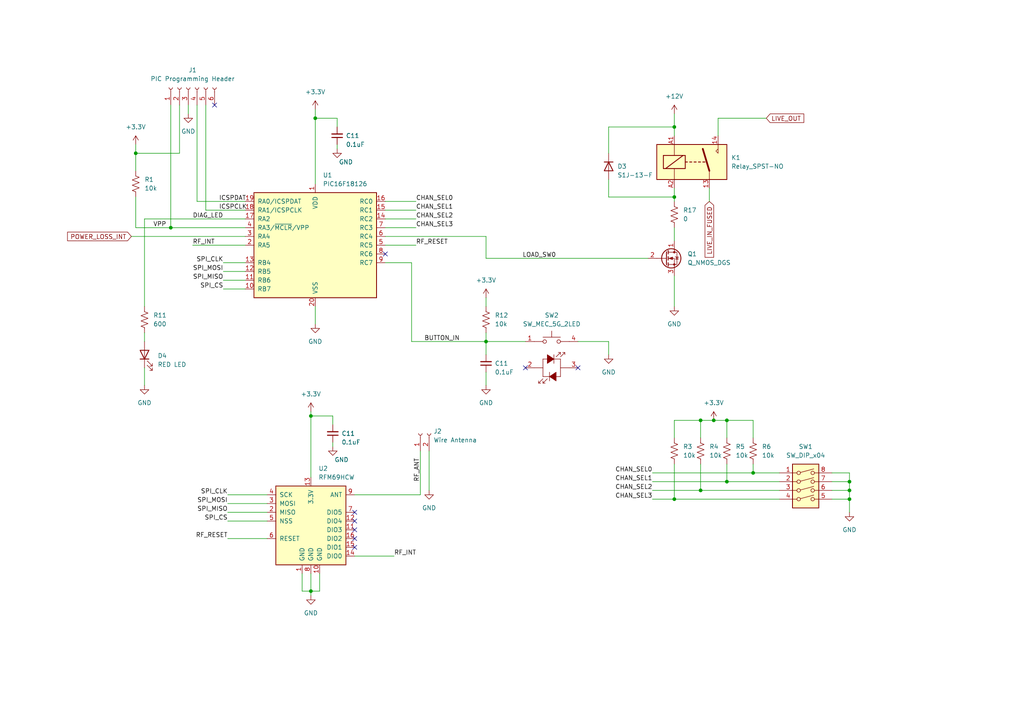
<source format=kicad_sch>
(kicad_sch (version 20230121) (generator eeschema)
  (paper "A4")
  (lib_symbols
    (symbol "Connector:Conn_01x02_Socket" (pin_names (offset 1.016) hide)
      (property "Reference" "J" (at 0 2.54 0))
      (property "Value" "Conn_01x02_Socket" (at 0 -5.08 0))
      (symbol "Conn_01x02_Socket_1_1"
        (arc (start 0 -2.032) (mid -0.5058 -2.54) (end 0 -3.048) (stroke (width 0.1524)))
        (polyline (pts (xy -1.27 -2.54) (xy -0.508 -2.54)) (stroke (width 0.1524)))
        (polyline (pts (xy -1.27 0) (xy -0.508 0)) (stroke (width 0.1524)))
        (arc (start 0 0.508) (mid -0.5058 0) (end 0 -0.508) (stroke (width 0.1524)))
        (pin passive line (at -5.08 0 0) (length 3.81) (name "Pin_1") (number "1"))
        (pin passive line (at -5.08 -2.54 0) (length 3.81) (name "Pin_2") (number "2"))
      )
    )
    (symbol "Connector:Conn_01x06_Socket" (pin_names (offset 1.016) hide)
      (property "Reference" "J" (at 0 7.62 0))
      (property "Value" "Conn_01x06_Socket" (at 0 -10.16 0))
      (symbol "Conn_01x06_Socket_1_1"
        (arc (start 0 -7.112) (mid -0.5058 -7.62) (end 0 -8.128) (stroke (width 0.1524)))
        (arc (start 0 -4.572) (mid -0.5058 -5.08) (end 0 -5.588) (stroke (width 0.1524)))
        (arc (start 0 -2.032) (mid -0.5058 -2.54) (end 0 -3.048) (stroke (width 0.1524)))
        (polyline (pts (xy -1.27 -7.62) (xy -0.508 -7.62)) (stroke (width 0.1524)))
        (polyline (pts (xy -1.27 -5.08) (xy -0.508 -5.08)) (stroke (width 0.1524)))
        (polyline (pts (xy -1.27 -2.54) (xy -0.508 -2.54)) (stroke (width 0.1524)))
        (polyline (pts (xy -1.27 0) (xy -0.508 0)) (stroke (width 0.1524)))
        (polyline (pts (xy -1.27 2.54) (xy -0.508 2.54)) (stroke (width 0.1524)))
        (polyline (pts (xy -1.27 5.08) (xy -0.508 5.08)) (stroke (width 0.1524)))
        (arc (start 0 0.508) (mid -0.5058 0) (end 0 -0.508) (stroke (width 0.1524)))
        (arc (start 0 3.048) (mid -0.5058 2.54) (end 0 2.032) (stroke (width 0.1524)))
        (arc (start 0 5.588) (mid -0.5058 5.08) (end 0 4.572) (stroke (width 0.1524)))
        (pin passive line (at -5.08 5.08 0) (length 3.81) (name "Pin_1") (number "1"))
        (pin passive line (at -5.08 2.54 0) (length 3.81) (name "Pin_2") (number "2"))
        (pin passive line (at -5.08 0 0) (length 3.81) (name "Pin_3") (number "3"))
        (pin passive line (at -5.08 -2.54 0) (length 3.81) (name "Pin_4") (number "4"))
        (pin passive line (at -5.08 -5.08 0) (length 3.81) (name "Pin_5") (number "5"))
        (pin passive line (at -5.08 -7.62 0) (length 3.81) (name "Pin_6") (number "6"))
      )
    )
    (symbol "Device:C_Small" (pin_numbers hide) (pin_names (offset 0.254) hide)
      (property "Reference" "C" (at 0.254 1.778 0))
      (property "Value" "C_Small" (at 0.254 -2.032 0))
      (symbol "C_Small_0_1"
        (polyline (pts (xy -1.524 -0.508) (xy 1.524 -0.508)) (stroke (width 0.3302)))
        (polyline (pts (xy -1.524 0.508) (xy 1.524 0.508)) (stroke (width 0.3048)))
      )
      (symbol "C_Small_1_1"
        (pin passive line (at 0 2.54 270) (length 2.032) (name "~") (number "1"))
        (pin passive line (at 0 -2.54 90) (length 2.032) (name "~") (number "2"))
      )
    )
    (symbol "Device:D" (pin_numbers hide) (pin_names (offset 1.016) hide)
      (property "Reference" "D" (at 0 2.54 0))
      (property "Value" "D" (at 0 -2.54 0))
      (symbol "D_0_1"
        (polyline (pts (xy -1.27 1.27) (xy -1.27 -1.27)) (stroke (width 0.254)))
        (polyline (pts (xy 1.27 0) (xy -1.27 0)))
        (polyline (pts (xy 1.27 1.27) (xy 1.27 -1.27) (xy -1.27 0) (xy 1.27 1.27)) (stroke (width 0.254)))
      )
      (symbol "D_1_1"
        (pin passive line (at -3.81 0 0) (length 2.54) (name "K") (number "1"))
        (pin passive line (at 3.81 0 180) (length 2.54) (name "A") (number "2"))
      )
    )
    (symbol "Device:LED" (pin_numbers hide) (pin_names (offset 1.016) hide)
      (property "Reference" "D" (at 0 2.54 0))
      (property "Value" "LED" (at 0 -2.54 0))
      (symbol "LED_0_1"
        (polyline (pts (xy -1.27 -1.27) (xy -1.27 1.27)) (stroke (width 0.254)))
        (polyline (pts (xy -1.27 0) (xy 1.27 0)))
        (polyline (pts (xy 1.27 -1.27) (xy 1.27 1.27) (xy -1.27 0) (xy 1.27 -1.27)) (stroke (width 0.254)))
        (polyline (pts (xy -3.048 -0.762) (xy -4.572 -2.286) (xy -3.81 -2.286) (xy -4.572 -2.286) (xy -4.572 -1.524)))
        (polyline (pts (xy -1.778 -0.762) (xy -3.302 -2.286) (xy -2.54 -2.286) (xy -3.302 -2.286) (xy -3.302 -1.524)))
      )
      (symbol "LED_1_1"
        (pin passive line (at -3.81 0 0) (length 2.54) (name "K") (number "1"))
        (pin passive line (at 3.81 0 180) (length 2.54) (name "A") (number "2"))
      )
    )
    (symbol "Device:Q_NMOS_DGS" (pin_names (offset 0) hide)
      (property "Reference" "Q" (at 5.08 1.27 0))
      (property "Value" "Q_NMOS_DGS" (at 5.08 -1.27 0))
      (symbol "Q_NMOS_DGS_0_1"
        (polyline (pts (xy 0.254 0) (xy -2.54 0)))
        (polyline (pts (xy 0.254 1.905) (xy 0.254 -1.905)) (stroke (width 0.254)))
        (polyline (pts (xy 0.762 -1.27) (xy 0.762 -2.286)) (stroke (width 0.254)))
        (polyline (pts (xy 0.762 0.508) (xy 0.762 -0.508)) (stroke (width 0.254)))
        (polyline (pts (xy 0.762 2.286) (xy 0.762 1.27)) (stroke (width 0.254)))
        (polyline (pts (xy 2.54 2.54) (xy 2.54 1.778)))
        (polyline (pts (xy 2.54 -2.54) (xy 2.54 0) (xy 0.762 0)))
        (polyline (pts (xy 0.762 -1.778) (xy 3.302 -1.778) (xy 3.302 1.778) (xy 0.762 1.778)))
        (polyline (pts (xy 1.016 0) (xy 2.032 0.381) (xy 2.032 -0.381) (xy 1.016 0)) (fill (type outline)))
        (polyline (pts (xy 2.794 0.508) (xy 2.921 0.381) (xy 3.683 0.381) (xy 3.81 0.254)))
        (polyline (pts (xy 3.302 0.381) (xy 2.921 -0.254) (xy 3.683 -0.254) (xy 3.302 0.381)))
        (circle (center 1.651 0) (radius 2.794) (stroke (width 0.254)))
        (circle (center 2.54 -1.778) (radius 0.254) (fill (type outline)))
        (circle (center 2.54 1.778) (radius 0.254) (fill (type outline)))
      )
      (symbol "Q_NMOS_DGS_1_1"
        (pin passive line (at 2.54 5.08 270) (length 2.54) (name "D") (number "1"))
        (pin input line (at -5.08 0 0) (length 2.54) (name "G") (number "2"))
        (pin passive line (at 2.54 -5.08 90) (length 2.54) (name "S") (number "3"))
      )
    )
    (symbol "Device:R_US" (pin_numbers hide) (pin_names (offset 0))
      (property "Reference" "R" (at 2.54 0 90))
      (property "Value" "R_US" (at -2.54 0 90))
      (symbol "R_US_0_1"
        (polyline (pts (xy 0 -2.286) (xy 0 -2.54)))
        (polyline (pts (xy 0 2.286) (xy 0 2.54)))
        (polyline (pts (xy 0 -0.762) (xy 1.016 -1.143) (xy 0 -1.524) (xy -1.016 -1.905) (xy 0 -2.286)))
        (polyline (pts (xy 0 0.762) (xy 1.016 0.381) (xy 0 0) (xy -1.016 -0.381) (xy 0 -0.762)))
        (polyline (pts (xy 0 2.286) (xy 1.016 1.905) (xy 0 1.524) (xy -1.016 1.143) (xy 0 0.762)))
      )
      (symbol "R_US_1_1"
        (pin passive line (at 0 3.81 270) (length 1.27) (name "~") (number "1"))
        (pin passive line (at 0 -3.81 90) (length 1.27) (name "~") (number "2"))
      )
    )
    (symbol "PIC_Microcontroller_sps:PIC16F18126" (pin_names (offset 1.016))
      (property "Reference" "U" (at -16.51 16.51 0))
      (property "Value" "PIC16F18126" (at 9.652 16.51 0))
      (symbol "PIC16F18126_0_1"
        (rectangle (start -17.78 15.24) (end 17.78 -15.24) (stroke (width 0.254)) (fill (type background)))
      )
      (symbol "PIC16F18126_1_1"
        (pin power_in line (at 0 17.78 270) (length 2.54) (name "VDD") (number "1"))
        (pin bidirectional line (at -20.32 -12.7 0) (length 2.54) (name "RB7") (number "10"))
        (pin bidirectional line (at -20.32 -10.16 0) (length 2.54) (name "RB6") (number "11"))
        (pin bidirectional line (at -20.32 -7.62 0) (length 2.54) (name "RB5") (number "12"))
        (pin bidirectional line (at -20.32 -5.08 0) (length 2.54) (name "RB4") (number "13"))
        (pin bidirectional line (at 20.32 7.62 180) (length 2.54) (name "RC2") (number "14"))
        (pin bidirectional line (at 20.32 10.16 180) (length 2.54) (name "RC1") (number "15"))
        (pin bidirectional line (at 20.32 12.7 180) (length 2.54) (name "RC0") (number "16"))
        (pin bidirectional line (at -20.32 7.62 0) (length 2.54) (name "RA2") (number "17"))
        (pin bidirectional line (at -20.32 10.16 0) (length 2.54) (name "RA1/ICSPCLK") (number "18"))
        (pin bidirectional line (at -20.32 12.7 0) (length 2.54) (name "RA0/ICSPDAT") (number "19"))
        (pin bidirectional line (at -20.32 0 0) (length 2.54) (name "RA5") (number "2"))
        (pin power_in line (at 0 -17.78 90) (length 2.54) (name "VSS") (number "20"))
        (pin bidirectional line (at -20.32 2.54 0) (length 2.54) (name "RA4") (number "3"))
        (pin bidirectional line (at -20.32 5.08 0) (length 2.54) (name "RA3/~{MCLR}/VPP") (number "4"))
        (pin bidirectional line (at 20.32 0 180) (length 2.54) (name "RC5") (number "5"))
        (pin bidirectional line (at 20.32 2.54 180) (length 2.54) (name "RC4") (number "6"))
        (pin bidirectional line (at 20.32 5.08 180) (length 2.54) (name "RC3") (number "7"))
        (pin bidirectional line (at 20.32 -2.54 180) (length 2.54) (name "RC6") (number "8"))
        (pin bidirectional line (at 20.32 -5.08 180) (length 2.54) (name "RC7") (number "9"))
      )
    )
    (symbol "RF_Module:RFM69HCW" (pin_names (offset 1.016))
      (property "Reference" "U" (at -10.414 11.684 0))
      (property "Value" "RFM69HCW" (at 1.524 11.43 0))
      (symbol "RFM69HCW_0_1"
        (rectangle (start -10.16 10.16) (end 10.16 -12.7) (stroke (width 0.254)) (fill (type background)))
      )
      (symbol "RFM69HCW_1_1"
        (pin power_in line (at -2.54 -15.24 90) (length 2.54) (name "GND") (number "1"))
        (pin power_in line (at 2.54 -15.24 90) (length 2.54) (name "GND") (number "10"))
        (pin bidirectional line (at 12.7 -2.54 180) (length 2.54) (name "DIO3") (number "11"))
        (pin bidirectional line (at 12.7 0 180) (length 2.54) (name "DIO4") (number "12"))
        (pin power_in line (at 0 12.7 270) (length 2.54) (name "3.3V") (number "13"))
        (pin bidirectional line (at 12.7 -10.16 180) (length 2.54) (name "DIO0") (number "14"))
        (pin bidirectional line (at 12.7 -7.62 180) (length 2.54) (name "DIO1") (number "15"))
        (pin bidirectional line (at 12.7 -5.08 180) (length 2.54) (name "DIO2") (number "16"))
        (pin output line (at -12.7 2.54 0) (length 2.54) (name "MISO") (number "2"))
        (pin input line (at -12.7 5.08 0) (length 2.54) (name "MOSI") (number "3"))
        (pin input line (at -12.7 7.62 0) (length 2.54) (name "SCK") (number "4"))
        (pin input line (at -12.7 0 0) (length 2.54) (name "NSS") (number "5"))
        (pin bidirectional line (at -12.7 -5.08 0) (length 2.54) (name "RESET") (number "6"))
        (pin bidirectional line (at 12.7 2.54 180) (length 2.54) (name "DIO5") (number "7"))
        (pin power_in line (at 0 -15.24 90) (length 2.54) (name "GND") (number "8"))
        (pin bidirectional line (at 12.7 7.62 180) (length 2.54) (name "ANT") (number "9"))
      )
    )
    (symbol "Relay:Relay_SPST-NO"
      (property "Reference" "K" (at 11.43 3.81 0))
      (property "Value" "Relay_SPST-NO" (at 11.43 1.27 0))
      (symbol "Relay_SPST-NO_0_0"
        (polyline (pts (xy 7.62 5.08) (xy 7.62 2.54) (xy 6.985 3.175) (xy 7.62 3.81)))
      )
      (symbol "Relay_SPST-NO_0_1"
        (rectangle (start -10.16 5.08) (end 10.16 -5.08) (stroke (width 0.254)) (fill (type background)))
        (rectangle (start -8.255 1.905) (end -1.905 -1.905) (stroke (width 0.254)))
        (polyline (pts (xy -7.62 -1.905) (xy -2.54 1.905)) (stroke (width 0.254)))
        (polyline (pts (xy -5.08 -5.08) (xy -5.08 -1.905)))
        (polyline (pts (xy -5.08 5.08) (xy -5.08 1.905)))
        (polyline (pts (xy -1.905 0) (xy -1.27 0)) (stroke (width 0.254)))
        (polyline (pts (xy -0.635 0) (xy 0 0)) (stroke (width 0.254)))
        (polyline (pts (xy 0.635 0) (xy 1.27 0)) (stroke (width 0.254)))
        (polyline (pts (xy 1.905 0) (xy 2.54 0)) (stroke (width 0.254)))
        (polyline (pts (xy 3.175 0) (xy 3.81 0)) (stroke (width 0.254)))
        (polyline (pts (xy 5.08 -2.54) (xy 3.175 3.81)) (stroke (width 0.508)))
        (polyline (pts (xy 5.08 -2.54) (xy 5.08 -5.08)))
      )
      (symbol "Relay_SPST-NO_1_1"
        (pin passive line (at 5.08 -7.62 90) (length 2.54) (name "~") (number "13"))
        (pin passive line (at 7.62 7.62 270) (length 2.54) (name "~") (number "14"))
        (pin passive line (at -5.08 7.62 270) (length 2.54) (name "~") (number "A1"))
        (pin passive line (at -5.08 -7.62 90) (length 2.54) (name "~") (number "A2"))
      )
    )
    (symbol "Switch:SW_DIP_x04" (pin_names (offset 0) hide)
      (property "Reference" "SW" (at 0 8.89 0))
      (property "Value" "SW_DIP_x04" (at 0 -6.35 0))
      (symbol "SW_DIP_x04_0_0"
        (circle (center -2.032 -2.54) (radius 0.508))
        (circle (center -2.032 0) (radius 0.508))
        (circle (center -2.032 2.54) (radius 0.508))
        (circle (center -2.032 5.08) (radius 0.508))
        (polyline (pts (xy -1.524 -2.3876) (xy 2.3622 -1.3462)))
        (polyline (pts (xy -1.524 0.127) (xy 2.3622 1.1684)))
        (polyline (pts (xy -1.524 2.667) (xy 2.3622 3.7084)))
        (polyline (pts (xy -1.524 5.207) (xy 2.3622 6.2484)))
        (circle (center 2.032 -2.54) (radius 0.508))
        (circle (center 2.032 0) (radius 0.508))
        (circle (center 2.032 2.54) (radius 0.508))
        (circle (center 2.032 5.08) (radius 0.508))
      )
      (symbol "SW_DIP_x04_0_1"
        (rectangle (start -3.81 7.62) (end 3.81 -5.08) (stroke (width 0.254)) (fill (type background)))
      )
      (symbol "SW_DIP_x04_1_1"
        (pin passive line (at -7.62 5.08 0) (length 5.08) (name "~") (number "1"))
        (pin passive line (at -7.62 2.54 0) (length 5.08) (name "~") (number "2"))
        (pin passive line (at -7.62 0 0) (length 5.08) (name "~") (number "3"))
        (pin passive line (at -7.62 -2.54 0) (length 5.08) (name "~") (number "4"))
        (pin passive line (at 7.62 -2.54 180) (length 5.08) (name "~") (number "5"))
        (pin passive line (at 7.62 0 180) (length 5.08) (name "~") (number "6"))
        (pin passive line (at 7.62 2.54 180) (length 5.08) (name "~") (number "7"))
        (pin passive line (at 7.62 5.08 180) (length 5.08) (name "~") (number "8"))
      )
    )
    (symbol "Switch:SW_MEC_5G_2LED" (pin_names (offset 1.016) hide)
      (property "Reference" "SW2" (at 0 12.7 0))
      (property "Value" "SW_MEC_5G_2LED" (at 0 10.16 0))
      (symbol "SW_MEC_5G_2LED_0_0"
        (polyline (pts (xy -5.08 -2.54) (xy -2.54 -2.54)))
        (polyline (pts (xy -5.08 5.08) (xy -2.54 5.08)))
        (polyline (pts (xy -3.81 -6.985) (xy -2.54 -5.715)))
        (polyline (pts (xy -2.54 -6.985) (xy -1.27 -5.715)))
        (polyline (pts (xy -2.54 -5.08) (xy 2.54 -5.08)))
        (polyline (pts (xy -2.54 0) (xy -2.54 -5.08)))
        (polyline (pts (xy -0.635 -3.81) (xy -0.635 -6.35)))
        (polyline (pts (xy 0.635 1.27) (xy 0.635 -1.27)))
        (polyline (pts (xy 2.54 0) (xy -2.54 0)))
        (polyline (pts (xy 2.54 0) (xy 2.54 -5.08)))
        (polyline (pts (xy 2.54 1.905) (xy 1.27 0.635)))
        (polyline (pts (xy 2.54 5.08) (xy 5.08 5.08)))
        (polyline (pts (xy 3.81 1.905) (xy 2.54 0.635)))
        (polyline (pts (xy 5.08 -2.54) (xy 2.54 -2.54)))
        (polyline (pts (xy -3.81 -6.35) (xy -3.81 -6.985) (xy -3.175 -6.985)))
        (polyline (pts (xy -2.54 -6.35) (xy -2.54 -6.985) (xy -1.905 -6.985)))
        (polyline (pts (xy 2.54 1.27) (xy 2.54 1.905) (xy 1.905 1.905)))
        (polyline (pts (xy 3.81 1.27) (xy 3.81 1.905) (xy 3.175 1.905)))
        (polyline (pts (xy -0.635 -5.08) (xy 1.27 -3.81) (xy 1.27 -6.35) (xy -0.635 -5.08)) (fill (type outline)))
        (polyline (pts (xy 0.635 0) (xy -1.27 1.27) (xy -1.27 -1.27) (xy 0.635 0)) (fill (type outline)))
      )
      (symbol "SW_MEC_5G_2LED_0_1"
        (circle (center -2.032 5.08) (radius 0.508))
        (polyline (pts (xy 0 6.35) (xy 0 8.128)))
        (polyline (pts (xy 2.54 6.35) (xy -2.54 6.35)))
        (circle (center 2.032 5.08) (radius 0.508))
      )
      (symbol "SW_MEC_5G_2LED_1_1"
        (pin passive line (at -7.62 5.08 0) (length 2.54) (name "S1") (number "1"))
        (pin passive line (at -7.62 -2.54 0) (length 2.54) (name "L1") (number "2"))
        (pin passive line (at 7.62 -2.54 180) (length 2.54) (name "L2") (number "3"))
        (pin passive line (at 7.62 5.08 180) (length 2.54) (name "S2") (number "4"))
      )
    )
    (symbol "power:+12V" (power) (pin_names (offset 0))
      (property "Value" "+12V" (at 0 3.556 0))
      (symbol "+12V_0_1"
        (polyline (pts (xy -0.762 1.27) (xy 0 2.54)))
        (polyline (pts (xy 0 0) (xy 0 2.54)))
        (polyline (pts (xy 0 2.54) (xy 0.762 1.27)))
      )
      (symbol "+12V_1_1"
        (pin power_in line (at 0 0 90) (length 0) hide (name "+12V") (number "1"))
      )
    )
    (symbol "power:+3.3V" (power) (pin_names (offset 0))
      (property "Value" "+3.3V" (at 0 3.556 0))
      (symbol "+3.3V_0_1"
        (polyline (pts (xy -0.762 1.27) (xy 0 2.54)))
        (polyline (pts (xy 0 0) (xy 0 2.54)))
        (polyline (pts (xy 0 2.54) (xy 0.762 1.27)))
      )
      (symbol "+3.3V_1_1"
        (pin power_in line (at 0 0 90) (length 0) hide (name "+3.3V") (number "1"))
      )
    )
    (symbol "power:GND" (power) (pin_names (offset 0))
      (property "Value" "GND" (at 0 -3.81 0))
      (symbol "GND_0_1"
        (polyline (pts (xy 0 0) (xy 0 -1.27) (xy 1.27 -1.27) (xy 0 -2.54) (xy -1.27 -1.27) (xy 0 -1.27)))
      )
      (symbol "GND_1_1"
        (pin power_in line (at 0 0 270) (length 0) hide (name "GND") (number "1"))
      )
    )
  )
  (junction (at 195.58 36.83))
  (junction (at 195.58 57.15))
  (junction (at 246.38 142.24))
  (junction (at 195.58 144.78))
  (junction (at 246.38 144.78))
  (junction (at 210.82 139.7))
  (junction (at 203.2 142.24))
  (junction (at 91.44 34.29))
  (junction (at 246.38 139.7))
  (junction (at 90.17 171.45))
  (junction (at 210.82 121.92))
  (junction (at 203.2 121.92))
  (junction (at 207.01 121.92))
  (junction (at 49.53 66.04))
  (junction (at 140.97 99.06))
  (junction (at 39.37 44.45))
  (junction (at 218.44 137.16))
  (junction (at 90.17 120.65))
  (no_connect (at 152.4 106.68))
  (no_connect (at 111.76 73.66))
  (no_connect (at 102.87 158.75))
  (no_connect (at 102.87 156.21))
  (no_connect (at 102.87 153.67))
  (no_connect (at 102.87 151.13))
  (no_connect (at 102.87 148.59))
  (no_connect (at 167.64 106.68))
  (no_connect (at 62.23 30.48))
  (wire (pts (xy 102.87 161.29) (xy 114.3 161.29)))
  (wire (pts (xy 97.79 41.91) (xy 97.79 43.18)))
  (wire (pts (xy 121.92 143.51) (xy 102.87 143.51)))
  (wire (pts (xy 57.15 30.48) (xy 57.15 58.42)))
  (wire (pts (xy 39.37 41.91) (xy 39.37 44.45)))
  (wire (pts (xy 226.06 137.16) (xy 218.44 137.16)))
  (wire (pts (xy 140.97 86.36) (xy 140.97 88.9)))
  (wire (pts (xy 241.3 144.78) (xy 246.38 144.78)))
  (wire (pts (xy 226.06 139.7) (xy 210.82 139.7)))
  (wire (pts (xy 195.58 57.15) (xy 195.58 58.42)))
  (wire (pts (xy 176.53 44.45) (xy 176.53 36.83)))
  (wire (pts (xy 208.28 34.29) (xy 222.25 34.29)))
  (wire (pts (xy 64.77 83.82) (xy 71.12 83.82)))
  (wire (pts (xy 87.63 171.45) (xy 90.17 171.45)))
  (wire (pts (xy 97.79 34.29) (xy 91.44 34.29)))
  (wire (pts (xy 96.52 123.19) (xy 96.52 120.65)))
  (wire (pts (xy 111.76 71.12) (xy 120.65 71.12)))
  (wire (pts (xy 90.17 119.38) (xy 90.17 120.65)))
  (wire (pts (xy 39.37 66.04) (xy 49.53 66.04)))
  (wire (pts (xy 90.17 171.45) (xy 90.17 172.72)))
  (wire (pts (xy 111.76 76.2) (xy 119.38 76.2)))
  (wire (pts (xy 140.97 107.95) (xy 140.97 111.76)))
  (wire (pts (xy 66.04 146.05) (xy 77.47 146.05)))
  (wire (pts (xy 195.58 66.04) (xy 195.58 69.85)))
  (wire (pts (xy 111.76 58.42) (xy 120.65 58.42)))
  (wire (pts (xy 140.97 99.06) (xy 140.97 102.87)))
  (wire (pts (xy 49.53 66.04) (xy 71.12 66.04)))
  (wire (pts (xy 41.91 106.68) (xy 41.91 111.76)))
  (wire (pts (xy 189.23 137.16) (xy 218.44 137.16)))
  (wire (pts (xy 203.2 127) (xy 203.2 121.92)))
  (wire (pts (xy 167.64 99.06) (xy 176.53 99.06)))
  (wire (pts (xy 121.92 130.81) (xy 121.92 143.51)))
  (wire (pts (xy 246.38 139.7) (xy 246.38 142.24)))
  (wire (pts (xy 64.77 78.74) (xy 71.12 78.74)))
  (wire (pts (xy 226.06 142.24) (xy 203.2 142.24)))
  (wire (pts (xy 66.04 143.51) (xy 77.47 143.51)))
  (wire (pts (xy 119.38 99.06) (xy 119.38 76.2)))
  (wire (pts (xy 97.79 36.83) (xy 97.79 34.29)))
  (wire (pts (xy 176.53 99.06) (xy 176.53 102.87)))
  (wire (pts (xy 241.3 142.24) (xy 246.38 142.24)))
  (wire (pts (xy 241.3 137.16) (xy 246.38 137.16)))
  (wire (pts (xy 124.46 130.81) (xy 124.46 142.24)))
  (wire (pts (xy 39.37 66.04) (xy 39.37 57.15)))
  (wire (pts (xy 189.23 144.78) (xy 195.58 144.78)))
  (wire (pts (xy 57.15 58.42) (xy 71.12 58.42)))
  (wire (pts (xy 90.17 120.65) (xy 90.17 138.43)))
  (wire (pts (xy 66.04 156.21) (xy 77.47 156.21)))
  (wire (pts (xy 41.91 63.5) (xy 41.91 88.9)))
  (wire (pts (xy 39.37 44.45) (xy 39.37 49.53)))
  (wire (pts (xy 90.17 166.37) (xy 90.17 171.45)))
  (wire (pts (xy 189.23 142.24) (xy 203.2 142.24)))
  (wire (pts (xy 203.2 121.92) (xy 207.01 121.92)))
  (wire (pts (xy 38.1 68.58) (xy 71.12 68.58)))
  (wire (pts (xy 210.82 121.92) (xy 207.01 121.92)))
  (wire (pts (xy 87.63 166.37) (xy 87.63 171.45)))
  (wire (pts (xy 111.76 66.04) (xy 120.65 66.04)))
  (wire (pts (xy 187.96 74.93) (xy 140.97 74.93)))
  (wire (pts (xy 52.07 30.48) (xy 52.07 44.45)))
  (wire (pts (xy 218.44 137.16) (xy 218.44 134.62)))
  (wire (pts (xy 41.91 96.52) (xy 41.91 99.06)))
  (wire (pts (xy 91.44 88.9) (xy 91.44 93.98)))
  (wire (pts (xy 241.3 139.7) (xy 246.38 139.7)))
  (wire (pts (xy 41.91 63.5) (xy 71.12 63.5)))
  (wire (pts (xy 140.97 74.93) (xy 140.97 68.58)))
  (wire (pts (xy 218.44 127) (xy 218.44 121.92)))
  (wire (pts (xy 195.58 121.92) (xy 203.2 121.92)))
  (wire (pts (xy 195.58 36.83) (xy 195.58 39.37)))
  (wire (pts (xy 189.23 139.7) (xy 210.82 139.7)))
  (wire (pts (xy 218.44 121.92) (xy 210.82 121.92)))
  (wire (pts (xy 246.38 142.24) (xy 246.38 144.78)))
  (wire (pts (xy 92.71 171.45) (xy 90.17 171.45)))
  (wire (pts (xy 91.44 31.75) (xy 91.44 34.29)))
  (wire (pts (xy 92.71 166.37) (xy 92.71 171.45)))
  (wire (pts (xy 66.04 148.59) (xy 77.47 148.59)))
  (wire (pts (xy 205.74 54.61) (xy 205.74 58.42)))
  (wire (pts (xy 96.52 128.27) (xy 96.52 129.54)))
  (wire (pts (xy 195.58 54.61) (xy 195.58 57.15)))
  (wire (pts (xy 119.38 99.06) (xy 140.97 99.06)))
  (wire (pts (xy 246.38 137.16) (xy 246.38 139.7)))
  (wire (pts (xy 54.61 30.48) (xy 54.61 33.02)))
  (wire (pts (xy 176.53 57.15) (xy 195.58 57.15)))
  (wire (pts (xy 90.17 120.65) (xy 96.52 120.65)))
  (wire (pts (xy 208.28 39.37) (xy 208.28 34.29)))
  (wire (pts (xy 195.58 80.01) (xy 195.58 88.9)))
  (wire (pts (xy 64.77 76.2) (xy 71.12 76.2)))
  (wire (pts (xy 176.53 36.83) (xy 195.58 36.83)))
  (wire (pts (xy 111.76 60.96) (xy 120.65 60.96)))
  (wire (pts (xy 176.53 52.07) (xy 176.53 57.15)))
  (wire (pts (xy 140.97 99.06) (xy 152.4 99.06)))
  (wire (pts (xy 140.97 99.06) (xy 140.97 96.52)))
  (wire (pts (xy 195.58 144.78) (xy 195.58 134.62)))
  (wire (pts (xy 210.82 121.92) (xy 210.82 127)))
  (wire (pts (xy 210.82 134.62) (xy 210.82 139.7)))
  (wire (pts (xy 49.53 30.48) (xy 49.53 66.04)))
  (wire (pts (xy 246.38 144.78) (xy 246.38 148.59)))
  (wire (pts (xy 203.2 142.24) (xy 203.2 134.62)))
  (wire (pts (xy 91.44 34.29) (xy 91.44 53.34)))
  (wire (pts (xy 195.58 33.02) (xy 195.58 36.83)))
  (wire (pts (xy 226.06 144.78) (xy 195.58 144.78)))
  (wire (pts (xy 195.58 127) (xy 195.58 121.92)))
  (wire (pts (xy 64.77 81.28) (xy 71.12 81.28)))
  (wire (pts (xy 59.69 60.96) (xy 71.12 60.96)))
  (wire (pts (xy 59.69 30.48) (xy 59.69 60.96)))
  (wire (pts (xy 52.07 44.45) (xy 39.37 44.45)))
  (wire (pts (xy 111.76 63.5) (xy 120.65 63.5)))
  (wire (pts (xy 55.88 71.12) (xy 71.12 71.12)))
  (wire (pts (xy 66.04 151.13) (xy 77.47 151.13)))
  (wire (pts (xy 140.97 68.58) (xy 111.76 68.58)))
  (label "ICSPCLK" (at 63.5 60.96 0))
  (label "SPI_MOSI" (at 66.04 146.05 180))
  (label "VPP" (at 48.26 66.04 180))
  (label "SPI_MOSI" (at 64.77 78.74 180))
  (label "RF_RESET" (at 120.65 71.12 0))
  (label "CHAN_SEL2" (at 120.65 63.5 0))
  (label "CHAN_SEL1" (at 120.65 60.96 0))
  (label "RF_INT" (at 55.88 71.12 0))
  (label "SPI_CS" (at 66.04 151.13 180))
  (label "RF_RESET" (at 66.04 156.21 180))
  (label "LOAD_SW0" (at 161.29 74.93 180))
  (label "SPI_MISO" (at 64.77 81.28 180))
  (label "SPI_CLK" (at 64.77 76.2 180))
  (label "SPI_MISO" (at 66.04 148.59 180))
  (label "RF_ANT" (at 121.92 139.7 90))
  (label "CHAN_SEL3" (at 120.65 66.04 0))
  (label "CHAN_SEL3" (at 189.23 144.78 180))
  (label "ICSPDAT" (at 63.5 58.42 0))
  (label "SPI_CS" (at 64.77 83.82 180))
  (label "BUTTON_IN" (at 133.35 99.06 180))
  (label "CHAN_SEL0" (at 120.65 58.42 0))
  (label "CHAN_SEL1" (at 189.23 139.7 180))
  (label "CHAN_SEL0" (at 189.23 137.16 180))
  (label "CHAN_SEL2" (at 189.23 142.24 180))
  (label "RF_INT" (at 114.3 161.29 0))
  (label "DIAG_LED" (at 55.88 63.5 0))
  (label "SPI_CLK" (at 66.04 143.51 180))
  (global_label "POWER_LOSS_INT" (shape input) (at 38.1 68.58 180) (property "Intersheetrefs" "${INTERSHEET_REFS}" (effects hide)))
  (global_label "LIVE_IN_FUSED" (shape input) (at 205.74 58.42 270) (property "Intersheetrefs" "${INTERSHEET_REFS}" (effects hide)))
  (global_label "LIVE_OUT" (shape input) (at 222.25 34.29 0) (property "Intersheetrefs" "${INTERSHEET_REFS}" (effects hide)))
  (symbol (lib_id "power:GND") (at 124.46 142.24 0) (unit 1)
    (property "Reference" "#PWR03" (effects hide))
    (property "Value" "GND" (at 124.46 147.32 0))
    (instances (project "lightlink" (path "" (reference "#PWR03") (unit 1)) (path "" (reference "#PWR024") (unit 1))))
  )
  (symbol (lib_id "power:GND") (at 41.91 111.76 0) (unit 1)
    (property "Reference" "#PWR03" (effects hide))
    (property "Value" "GND" (at 41.91 116.84 0))
    (instances (project "lightlink" (path "" (reference "#PWR03") (unit 1)) (path "" (reference "#PWR014") (unit 1))))
  )
  (symbol (lib_id "power:GND") (at 97.79 43.18 0) (unit 1)
    (property "Reference" "#PWR03" (effects hide))
    (property "Value" "GND" (at 100.33 46.99 0))
    (instances (project "lightlink" (path "" (reference "#PWR03") (unit 1)) (path "" (reference "#PWR026") (unit 1))))
  )
  (symbol (lib_id "Device:R_US") (at 39.37 53.34 0) (unit 1)
    (property "Reference" "R1" (at 41.91 52.07 0) (effects (justify left)))
    (property "Value" "10k" (at 41.91 54.61 0) (effects (justify left)))
    (property "Footprint" "Capacitor_SMD:C_0805_2012Metric_Pad1.18x1.45mm_HandSolder" (effects hide))
  )
  (symbol (lib_id "power:GND") (at 91.44 93.98 0) (unit 1)
    (property "Reference" "#PWR03" (effects hide))
    (property "Value" "GND" (at 91.44 99.06 0))
  )
  (symbol (lib_id "Switch:SW_MEC_5G_2LED") (at 160.02 104.14 0) (unit 1)
    (property "Reference" "SW2" (at 160.02 91.44 0))
    (property "Value" "SW_MEC_5G_2LED" (at 160.02 93.98 0))
    (property "Footprint" "switches_sps:switch_right_angle_228DD1S1AAFAMSC" (effects hide))
    (property "Datasheet" "http://www.apem.com/int/index.php?controller=attachment&id_attachment=488" (effects hide))
  )
  (symbol (lib_id "power:GND") (at 176.53 102.87 0) (unit 1)
    (property "Reference" "#PWR03" (effects hide))
    (property "Value" "GND" (at 176.53 107.95 0))
    (instances (project "lightlink" (path "" (reference "#PWR03") (unit 1)) (path "" (reference "#PWR018") (unit 1))))
  )
  (symbol (lib_id "power:+3.3V") (at 140.97 86.36 0) (unit 1)
    (property "Reference" "#PWR02" (effects hide))
    (property "Value" "+3.3V" (at 140.97 81.28 0))
    (instances (project "lightlink" (path "" (reference "#PWR02") (unit 1)) (path "" (reference "#PWR017") (unit 1))))
  )
  (symbol (lib_id "power:+3.3V") (at 90.17 119.38 0) (unit 1)
    (property "Reference" "#PWR02" (effects hide))
    (property "Value" "+3.3V" (at 90.17 114.3 0))
    (instances (project "lightlink" (path "" (reference "#PWR02") (unit 1)) (path "" (reference "#PWR05") (unit 1))))
  )
  (symbol (lib_id "power:+12V") (at 195.58 33.02 0) (unit 1)
    (property "Reference" "#PWR07" (effects hide))
    (property "Value" "+12V" (at 195.58 27.94 0))
  )
  (symbol (lib_id "power:GND") (at 246.38 148.59 0) (unit 1)
    (property "Reference" "#PWR03" (effects hide))
    (property "Value" "GND" (at 246.38 153.67 0))
    (instances (project "lightlink" (path "" (reference "#PWR03") (unit 1)) (path "" (reference "#PWR09") (unit 1))))
  )
  (symbol (lib_id "power:GND") (at 96.52 129.54 0) (unit 1)
    (property "Reference" "#PWR03" (effects hide))
    (property "Value" "GND" (at 99.06 133.35 0))
    (instances (project "lightlink" (path "" (reference "#PWR03") (unit 1)) (path "" (reference "#PWR027") (unit 1))))
  )
  (symbol (lib_id "Device:D") (at 176.53 48.26 270) (unit 1)
    (property "Reference" "D3" (at 179.07 48.26 90) (effects (justify left)))
    (property "Value" "S1J-13-F" (at 179.07 50.8 90) (effects (justify left)))
    (property "Footprint" "Diode_SMD:D_SMA_Handsoldering" (effects hide))
    (property "Sim.Device" "D" (effects hide))
    (property "Sim.Pins" "1=K 2=A" (effects hide))
    (instances (project "lightlink" (path "" (reference "D3") (unit 1)) (path "" (reference "D6") (unit 1))))
  )
  (symbol (lib_id "Device:LED") (at 41.91 102.87 90) (unit 1)
    (property "Reference" "D4" (at 45.72 103.1875 90) (effects (justify right)))
    (property "Value" "RED LED" (at 45.72 105.7275 90) (effects (justify right)))
    (property "Footprint" "LED_THT:LED_D3.0mm" (effects hide))
    (property "Part" "HLMP1700" (effects hide))
    (property "ForwardVoltageDrop" "1.8V" (effects hide))
  )
  (symbol (lib_id "Switch:SW_DIP_x04") (at 233.68 142.24 0) (unit 1)
    (property "Reference" "SW1" (at 233.68 129.54 0))
    (property "Value" "SW_DIP_x04" (at 233.68 132.08 0))
    (property "Footprint" "switches_sps:DIP-8_SW_Horiz_Werth" (effects hide))
  )
  (symbol (lib_id "power:GND") (at 140.97 111.76 0) (unit 1)
    (property "Reference" "#PWR03" (effects hide))
    (property "Value" "GND" (at 140.97 116.84 0))
    (instances (project "lightlink" (path "" (reference "#PWR03") (unit 1)) (path "" (reference "#PWR010") (unit 1))))
  )
  (symbol (lib_id "Device:R_US") (at 140.97 92.71 0) (unit 1)
    (property "Reference" "R12" (at 143.51 91.44 0) (effects (justify left)))
    (property "Value" "10k" (at 143.51 93.98 0) (effects (justify left)))
    (property "Footprint" "Capacitor_SMD:C_0805_2012Metric_Pad1.18x1.45mm_HandSolder" (effects hide))
  )
  (symbol (lib_id "Device:R_US") (at 210.82 130.81 0) (unit 1)
    (property "Reference" "R5" (at 213.36 129.54 0) (effects (justify left)))
    (property "Value" "10k" (at 213.36 132.08 0) (effects (justify left)))
    (property "Footprint" "Capacitor_SMD:C_0805_2012Metric_Pad1.18x1.45mm_HandSolder" (effects hide))
  )
  (symbol (lib_id "RF_Module:RFM69HCW") (at 90.17 151.13 0) (unit 1)
    (property "Reference" "U2" (at 92.3641 135.89 0) (effects (justify left)))
    (property "Value" "RFM69HCW" (at 92.3641 138.43 0) (effects (justify left)))
    (property "Footprint" "RF_Module:HOPERF_RFM69HW" (effects hide))
    (property "Datasheet" "https://www.hoperf.com/data/upload/portal/20181127/5bfcb8284d838.pdf" (effects hide))
  )
  (symbol (lib_id "Connector:Conn_01x02_Socket") (at 121.92 125.73 90) (unit 1)
    (property "Reference" "J2" (at 125.73 125.095 90) (effects (justify right)))
    (property "Value" "Wire Antenna" (at 125.73 127.635 90) (effects (justify right)))
    (property "Footprint" "Connector_PinHeader_2.00mm:PinHeader_1x02_P2.00mm_Vertical" (effects hide))
  )
  (symbol (lib_id "PIC_Microcontroller_sps:PIC16F18126") (at 91.44 71.12 0) (unit 1)
    (property "Reference" "U1" (at 93.6341 50.8 0) (effects (justify left)))
    (property "Value" "PIC16F18126" (at 93.6341 53.34 0) (effects (justify left)))
    (property "Footprint" "Package_SO:SSOP-20_5.3x7.2mm_P0.65mm" (effects hide))
    (property "Datasheet" "https://ww1.microchip.com/downloads/aemDocuments/documents/MCU08/ProductDocuments/DataSheets/PIC16F18126-46-Microcontrollers-Data-Sheet-DS40002339.pdf" (effects hide))
  )
  (symbol (lib_id "Relay:Relay_SPST-NO") (at 200.66 46.99 0) (unit 1)
    (property "Reference" "K1" (at 212.09 45.72 0) (effects (justify left)))
    (property "Value" "Relay_SPST-NO" (at 212.09 48.26 0) (effects (justify left)))
    (property "Footprint" "relays_sps:relay_SPST_NO_panasonic_ALDP112W" (effects hide))
  )
  (symbol (lib_id "power:+3.3V") (at 91.44 31.75 0) (unit 1)
    (property "Reference" "#PWR02" (effects hide))
    (property "Value" "+3.3V" (at 91.44 26.67 0))
  )
  (symbol (lib_id "power:+3.3V") (at 207.01 121.92 0) (unit 1)
    (property "Reference" "#PWR02" (effects hide))
    (property "Value" "+3.3V" (at 207.01 116.84 0))
    (instances (project "lightlink" (path "" (reference "#PWR02") (unit 1)) (path "" (reference "#PWR08") (unit 1))))
  )
  (symbol (lib_id "Device:Q_NMOS_DGS") (at 193.04 74.93 0) (unit 1)
    (property "Reference" "Q1" (at 199.39 73.66 0) (effects (justify left)))
    (property "Value" "Q_NMOS_DGS" (at 199.39 76.2 0) (effects (justify left)))
    (property "Footprint" "q_packages_sps:SOT-23_FDV301" (effects hide))
  )
  (symbol (lib_id "Device:R_US") (at 218.44 130.81 0) (unit 1)
    (property "Reference" "R6" (at 220.98 129.54 0) (effects (justify left)))
    (property "Value" "10k" (at 220.98 132.08 0) (effects (justify left)))
    (property "Footprint" "Capacitor_SMD:C_0805_2012Metric_Pad1.18x1.45mm_HandSolder" (effects hide))
  )
  (symbol (lib_id "power:GND") (at 195.58 88.9 0) (unit 1)
    (property "Reference" "#PWR03" (effects hide))
    (property "Value" "GND" (at 195.58 93.98 0))
    (instances (project "lightlink" (path "" (reference "#PWR03") (unit 1)) (path "" (reference "#PWR06") (unit 1))))
  )
  (symbol (lib_id "Device:C_Small") (at 140.97 105.41 180) (unit 1)
    (property "Reference" "C11" (at 143.51 105.41 0) (effects (justify right)))
    (property "Value" "0.1uF" (at 143.51 107.95 0) (effects (justify right)))
    (property "Footprint" "Capacitor_SMD:C_0805_2012Metric_Pad1.18x1.45mm_HandSolder" (effects hide))
    (instances (project "lightlink" (path "" (reference "C11") (unit 1)) (path "" (reference "C16") (unit 1))))
  )
  (symbol (lib_id "Device:R_US") (at 203.2 130.81 0) (unit 1)
    (property "Reference" "R4" (at 205.74 129.54 0) (effects (justify left)))
    (property "Value" "10k" (at 205.74 132.08 0) (effects (justify left)))
    (property "Footprint" "Capacitor_SMD:C_0805_2012Metric_Pad1.18x1.45mm_HandSolder" (effects hide))
  )
  (symbol (lib_id "power:GND") (at 90.17 172.72 0) (unit 1)
    (property "Reference" "#PWR03" (effects hide))
    (property "Value" "GND" (at 90.17 177.8 0))
    (instances (project "lightlink" (path "" (reference "#PWR03") (unit 1)) (path "" (reference "#PWR04") (unit 1))))
  )
  (symbol (lib_id "Connector:Conn_01x06_Socket") (at 54.61 25.4 90) (unit 1)
    (property "Reference" "J1" (at 55.88 20.32 90))
    (property "Value" "PIC Programming Header" (at 55.88 22.86 90))
    (property "Footprint" "Connector_PinHeader_2.54mm:PinHeader_1x06_P2.54mm_Vertical" (effects hide))
  )
  (symbol (lib_id "Device:R_US") (at 195.58 130.81 0) (unit 1)
    (property "Reference" "R3" (at 198.12 129.54 0) (effects (justify left)))
    (property "Value" "10k" (at 198.12 132.08 0) (effects (justify left)))
    (property "Footprint" "Capacitor_SMD:C_0805_2012Metric_Pad1.18x1.45mm_HandSolder" (effects hide))
  )
  (symbol (lib_id "power:+3.3V") (at 39.37 41.91 0) (unit 1)
    (property "Reference" "#PWR01" (effects hide))
    (property "Value" "+3.3V" (at 39.37 36.83 0))
  )
  (symbol (lib_id "Device:C_Small") (at 97.79 39.37 180) (unit 1)
    (property "Reference" "C11" (at 100.33 39.37 0) (effects (justify right)))
    (property "Value" "0.1uF" (at 100.33 41.91 0) (effects (justify right)))
    (property "Footprint" "Capacitor_SMD:C_0805_2012Metric_Pad1.18x1.45mm_HandSolder" (effects hide))
    (instances (project "lightlink" (path "" (reference "C11") (unit 1)) (path "" (reference "C14") (unit 1))))
  )
  (symbol (lib_id "Device:C_Small") (at 96.52 125.73 180) (unit 1)
    (property "Reference" "C11" (at 99.06 125.73 0) (effects (justify right)))
    (property "Value" "0.1uF" (at 99.06 128.27 0) (effects (justify right)))
    (property "Footprint" "Capacitor_SMD:C_0805_2012Metric_Pad1.18x1.45mm_HandSolder" (effects hide))
    (instances (project "lightlink" (path "" (reference "C11") (unit 1)) (path "" (reference "C15") (unit 1))))
  )
  (symbol (lib_id "Device:R_US") (at 195.58 62.23 0) (unit 1)
    (property "Reference" "R17" (at 198.12 60.96 0) (effects (justify left)))
    (property "Value" "0" (at 198.12 63.5 0) (effects (justify left)))
    (property "Footprint" "Capacitor_SMD:C_0805_2012Metric_Pad1.18x1.45mm_HandSolder" (effects hide))
  )
  (symbol (lib_id "Device:R_US") (at 41.91 92.71 0) (unit 1)
    (property "Reference" "R11" (at 44.45 91.44 0) (effects (justify left)))
    (property "Value" "600" (at 44.45 93.98 0) (effects (justify left)))
    (property "Footprint" "Capacitor_SMD:C_0805_2012Metric_Pad1.18x1.45mm_HandSolder" (effects hide))
  )
  (symbol (lib_id "power:GND") (at 54.61 33.02 0) (unit 1)
    (property "Reference" "#PWR03" (effects hide))
    (property "Value" "GND" (at 54.61 38.1 0))
    (instances (project "lightlink" (path "" (reference "#PWR03") (unit 1)) (path "" (reference "#PWR015") (unit 1))))
  )
)
</source>
